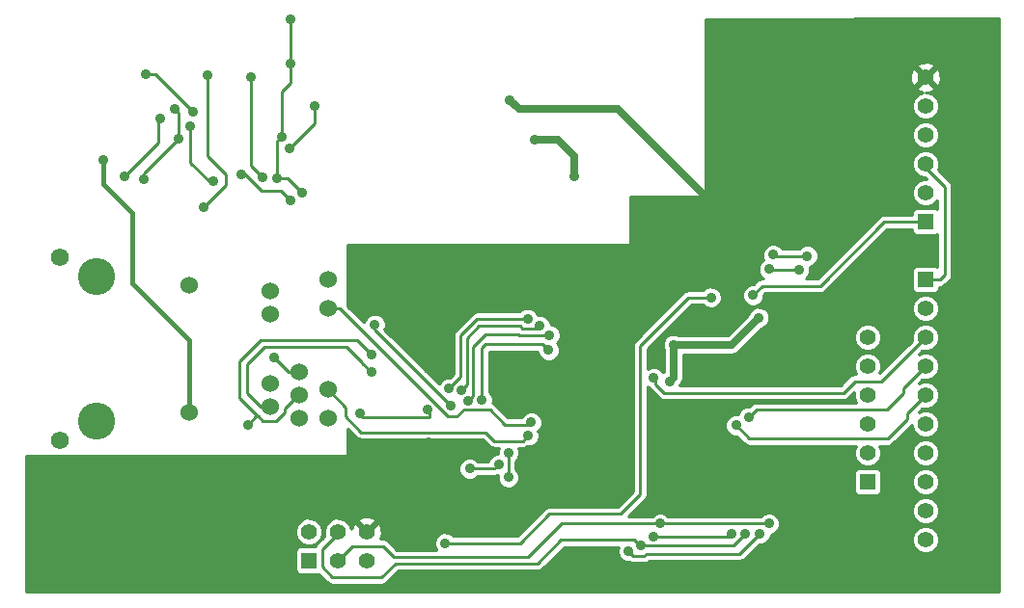
<source format=gbl>
G04 (created by PCBNEW (2013-mar-13)-testing) date Sun 24 Mar 2013 04:17:42 PM EDT*
%MOIN*%
G04 Gerber Fmt 3.4, Leading zero omitted, Abs format*
%FSLAX34Y34*%
G01*
G70*
G90*
G04 APERTURE LIST*
%ADD10C,0.006*%
%ADD11C,0.128*%
%ADD12C,0.06*%
%ADD13C,0.062*%
%ADD14R,0.055X0.055*%
%ADD15C,0.055*%
%ADD16C,0.035*%
%ADD17C,0.01*%
%ADD18C,0.025*%
%ADD19C,0.015*%
G04 APERTURE END LIST*
G54D10*
G54D11*
X74860Y-38000D03*
X74860Y-33000D03*
G54D12*
X81860Y-37100D03*
X81860Y-37900D03*
X80860Y-33500D03*
X80860Y-34300D03*
X80860Y-36700D03*
X78060Y-37700D03*
X78060Y-33300D03*
X82860Y-36900D03*
X82860Y-33100D03*
X82860Y-37900D03*
X82860Y-34100D03*
X80860Y-37500D03*
G54D13*
X73610Y-32325D03*
X73610Y-38675D03*
G54D12*
X81860Y-36300D03*
G54D14*
X82200Y-42820D03*
G54D15*
X82200Y-41820D03*
X83200Y-42820D03*
X83200Y-41820D03*
X84200Y-42820D03*
X84200Y-41820D03*
G54D14*
X103500Y-31100D03*
G54D15*
X103500Y-30100D03*
X103500Y-29100D03*
X103500Y-28100D03*
X103500Y-27100D03*
X103500Y-26100D03*
G54D14*
X101500Y-40100D03*
G54D15*
X101500Y-39100D03*
X101500Y-38100D03*
X101500Y-37100D03*
X101500Y-36100D03*
X101500Y-35100D03*
G54D14*
X103500Y-33100D03*
G54D15*
X103500Y-34100D03*
X103500Y-35100D03*
X103500Y-36100D03*
X103500Y-37100D03*
X103500Y-38100D03*
X103500Y-39100D03*
X103500Y-40100D03*
X103500Y-41100D03*
X103500Y-42100D03*
G54D16*
X89100Y-39940D03*
X89100Y-39100D03*
X97740Y-34420D03*
X94660Y-36620D03*
X94800Y-35360D03*
X84480Y-34660D03*
X87100Y-37460D03*
X87760Y-39640D03*
X88760Y-39500D03*
X83960Y-37740D03*
X86300Y-37580D03*
X87720Y-37280D03*
X90520Y-35020D03*
X99140Y-32760D03*
X98100Y-32740D03*
X99420Y-32280D03*
X98240Y-32240D03*
X94120Y-36500D03*
X97400Y-37860D03*
X96960Y-38140D03*
X97540Y-33640D03*
X88180Y-37260D03*
X90480Y-35540D03*
X91840Y-38320D03*
X88060Y-38780D03*
X83480Y-39720D03*
X86420Y-39560D03*
X86340Y-38720D03*
X94900Y-34720D03*
X89340Y-37260D03*
X95560Y-31080D03*
X86340Y-36200D03*
X89140Y-26880D03*
X89720Y-40000D03*
X89920Y-36400D03*
X100000Y-35440D03*
X99640Y-34660D03*
X89880Y-38040D03*
X93240Y-42500D03*
X97780Y-41880D03*
X93680Y-42300D03*
X97280Y-41880D03*
X80210Y-26110D03*
X80610Y-29560D03*
X82410Y-27085D03*
X81535Y-28560D03*
X79860Y-29460D03*
X81580Y-30360D03*
X96100Y-33720D03*
X86920Y-42220D03*
X80100Y-38120D03*
X84360Y-35680D03*
X84360Y-36300D03*
X87480Y-36920D03*
X90180Y-34700D03*
X94340Y-41540D03*
X98100Y-41540D03*
X89780Y-38500D03*
X94120Y-41980D03*
X96820Y-41880D03*
X87040Y-36860D03*
X89760Y-34460D03*
X81020Y-35800D03*
X76560Y-26000D03*
X78220Y-27300D03*
X75840Y-29540D03*
X77060Y-27540D03*
X77560Y-27200D03*
X76500Y-29620D03*
X77700Y-28220D03*
X75120Y-28960D03*
X78580Y-30580D03*
X78720Y-26020D03*
X91380Y-29520D03*
X90020Y-28260D03*
X81580Y-24100D03*
X81960Y-30085D03*
X81585Y-25635D03*
X81110Y-29610D03*
X81260Y-28160D03*
X78910Y-29710D03*
X78110Y-27810D03*
G54D17*
X89100Y-39100D02*
X89100Y-39940D01*
G54D18*
X94800Y-36480D02*
X94660Y-36620D01*
X96800Y-35360D02*
X97740Y-34420D01*
X96800Y-35360D02*
X94800Y-35360D01*
X94800Y-36480D02*
X94800Y-35360D01*
G54D17*
X84480Y-34840D02*
X84480Y-34660D01*
X87100Y-37460D02*
X84480Y-34840D01*
X88620Y-39640D02*
X87760Y-39640D01*
X88760Y-39500D02*
X88620Y-39640D01*
X83960Y-37740D02*
X84080Y-37860D01*
X84080Y-37860D02*
X86380Y-37860D01*
X86380Y-37660D02*
X86380Y-37860D01*
X86300Y-37580D02*
X86380Y-37660D01*
X87880Y-35420D02*
X88200Y-35100D01*
X87880Y-37120D02*
X87880Y-35420D01*
X87720Y-37280D02*
X87880Y-37120D01*
X89480Y-35020D02*
X90520Y-35020D01*
X89440Y-34980D02*
X89480Y-35020D01*
X88320Y-34980D02*
X89440Y-34980D01*
X88200Y-35100D02*
X88320Y-34980D01*
X103500Y-29100D02*
X103500Y-29220D01*
X104000Y-33100D02*
X103500Y-33100D01*
X104160Y-32940D02*
X104000Y-33100D01*
X104160Y-29880D02*
X104160Y-32940D01*
X103500Y-29220D02*
X104160Y-29880D01*
X98120Y-32760D02*
X99140Y-32760D01*
X98100Y-32740D02*
X98120Y-32760D01*
X98280Y-32280D02*
X99420Y-32280D01*
X98240Y-32240D02*
X98280Y-32280D01*
X101980Y-36620D02*
X103500Y-35100D01*
X101060Y-36620D02*
X101980Y-36620D01*
X100660Y-37020D02*
X101060Y-36620D01*
X94480Y-37020D02*
X100660Y-37020D01*
X94180Y-36720D02*
X94480Y-37020D01*
X94180Y-36560D02*
X94180Y-36720D01*
X94120Y-36500D02*
X94180Y-36560D01*
X102740Y-36860D02*
X103500Y-36100D01*
X102740Y-37020D02*
X102740Y-36860D01*
X102160Y-37600D02*
X102740Y-37020D01*
X97660Y-37600D02*
X102160Y-37600D01*
X97400Y-37860D02*
X97660Y-37600D01*
X102880Y-37720D02*
X103500Y-37100D01*
X102880Y-37920D02*
X102880Y-37720D01*
X102200Y-38600D02*
X102880Y-37920D01*
X97420Y-38600D02*
X102200Y-38600D01*
X96960Y-38140D02*
X97420Y-38600D01*
X102080Y-31100D02*
X103500Y-31100D01*
X99860Y-33320D02*
X102080Y-31100D01*
X97860Y-33320D02*
X99860Y-33320D01*
X97540Y-33640D02*
X97860Y-33320D01*
X88300Y-35340D02*
X88800Y-35340D01*
X88180Y-35460D02*
X88300Y-35340D01*
X88180Y-37260D02*
X88180Y-35460D01*
X88800Y-35340D02*
X90280Y-35340D01*
X90280Y-35340D02*
X90480Y-35540D01*
G54D18*
X92880Y-27200D02*
X96260Y-30580D01*
X89460Y-27200D02*
X92880Y-27200D01*
X89140Y-26880D02*
X89460Y-27200D01*
G54D17*
X100000Y-35440D02*
X100000Y-35020D01*
X100000Y-35020D02*
X99640Y-34660D01*
X89800Y-38120D02*
X88980Y-38120D01*
X89880Y-38040D02*
X89800Y-38120D01*
X83280Y-34100D02*
X82860Y-34100D01*
X88980Y-38120D02*
X88460Y-37600D01*
X88460Y-37600D02*
X87560Y-37600D01*
X87560Y-37600D02*
X87320Y-37840D01*
X87320Y-37840D02*
X87020Y-37840D01*
X87020Y-37840D02*
X83280Y-34100D01*
X93400Y-42660D02*
X93240Y-42500D01*
X93780Y-42660D02*
X93400Y-42660D01*
X93860Y-42580D02*
X93780Y-42660D01*
X97080Y-42580D02*
X93860Y-42580D01*
X97780Y-41880D02*
X97080Y-42580D01*
X83200Y-41820D02*
X83200Y-41880D01*
X93640Y-42300D02*
X93680Y-42300D01*
X93440Y-42100D02*
X93640Y-42300D01*
X90920Y-42100D02*
X93440Y-42100D01*
X90100Y-42920D02*
X90920Y-42100D01*
X85200Y-42920D02*
X90100Y-42920D01*
X84720Y-43400D02*
X85200Y-42920D01*
X83020Y-43400D02*
X84720Y-43400D01*
X82660Y-43040D02*
X83020Y-43400D01*
X82660Y-42420D02*
X82660Y-43040D01*
X83200Y-41880D02*
X82660Y-42420D01*
X96860Y-42300D02*
X93680Y-42300D01*
X97280Y-41880D02*
X96860Y-42300D01*
X80210Y-29160D02*
X80210Y-26110D01*
X80610Y-29560D02*
X80210Y-29160D01*
X82410Y-27685D02*
X82410Y-27085D01*
X81535Y-28560D02*
X82410Y-27685D01*
X79860Y-29460D02*
X80000Y-29460D01*
X81240Y-30020D02*
X81580Y-30360D01*
X80560Y-30020D02*
X81240Y-30020D01*
X80000Y-29460D02*
X80560Y-30020D01*
X95320Y-33720D02*
X96100Y-33720D01*
X93640Y-35400D02*
X95320Y-33720D01*
X93640Y-40540D02*
X93640Y-35400D01*
X92980Y-41200D02*
X93640Y-40540D01*
X90520Y-41200D02*
X92980Y-41200D01*
X89500Y-42220D02*
X90520Y-41200D01*
X86920Y-42220D02*
X89500Y-42220D01*
X80460Y-37840D02*
X80380Y-37840D01*
X80380Y-37840D02*
X80100Y-38120D01*
X81840Y-37100D02*
X81380Y-37560D01*
X81380Y-37560D02*
X81380Y-37700D01*
X81380Y-37700D02*
X81080Y-38000D01*
X81080Y-38000D02*
X80620Y-38000D01*
X80620Y-38000D02*
X80460Y-37840D01*
X80460Y-37840D02*
X80410Y-37790D01*
X80410Y-37790D02*
X79800Y-37180D01*
X79800Y-37180D02*
X79800Y-35940D01*
X79800Y-35940D02*
X80540Y-35200D01*
X80540Y-35200D02*
X83880Y-35200D01*
X83880Y-35200D02*
X84360Y-35680D01*
X81860Y-37100D02*
X81840Y-37100D01*
X84040Y-35960D02*
X84040Y-35980D01*
X83500Y-35420D02*
X84040Y-35960D01*
X80680Y-35420D02*
X83500Y-35420D01*
X80060Y-36040D02*
X80680Y-35420D01*
X80060Y-37020D02*
X80060Y-36040D01*
X80540Y-37500D02*
X80060Y-37020D01*
X80860Y-37500D02*
X80540Y-37500D01*
X84040Y-35980D02*
X84360Y-36300D01*
X87660Y-36740D02*
X87660Y-36540D01*
X87480Y-36920D02*
X87660Y-36740D01*
X90100Y-34780D02*
X90180Y-34700D01*
X89580Y-34780D02*
X90100Y-34780D01*
X89500Y-34700D02*
X89580Y-34780D01*
X88080Y-34700D02*
X89500Y-34700D01*
X87660Y-35120D02*
X88080Y-34700D01*
X87660Y-36520D02*
X87660Y-35120D01*
X94340Y-41540D02*
X90940Y-41540D01*
X83700Y-42320D02*
X83200Y-42820D01*
X84760Y-42320D02*
X83700Y-42320D01*
X85140Y-42700D02*
X84760Y-42320D01*
X89780Y-42700D02*
X85140Y-42700D01*
X90940Y-41540D02*
X89780Y-42700D01*
X98100Y-41540D02*
X97640Y-41540D01*
X97640Y-41540D02*
X94340Y-41540D01*
X88620Y-38680D02*
X88320Y-38380D01*
X88320Y-38380D02*
X84020Y-38380D01*
X84020Y-38380D02*
X83480Y-37840D01*
X83480Y-37840D02*
X83480Y-37520D01*
X82860Y-36900D02*
X83480Y-37520D01*
X89780Y-38500D02*
X89600Y-38680D01*
X89600Y-38680D02*
X88620Y-38680D01*
X96720Y-41980D02*
X94120Y-41980D01*
X96820Y-41880D02*
X96720Y-41980D01*
X87440Y-36460D02*
X87440Y-36240D01*
X87040Y-36860D02*
X87440Y-36460D01*
X87440Y-36240D02*
X87440Y-35040D01*
X88020Y-34460D02*
X89760Y-34460D01*
X87440Y-35040D02*
X88020Y-34460D01*
X81860Y-36300D02*
X81520Y-36300D01*
X81520Y-36300D02*
X81020Y-35800D01*
X76920Y-26000D02*
X76560Y-26000D01*
X78220Y-27300D02*
X76920Y-26000D01*
X77020Y-28360D02*
X75840Y-29540D01*
X77020Y-27580D02*
X77020Y-28360D01*
X77060Y-27540D02*
X77020Y-27580D01*
X77700Y-27340D02*
X77700Y-28220D01*
X77560Y-27200D02*
X77700Y-27340D01*
X76500Y-29420D02*
X76500Y-29620D01*
X77700Y-28220D02*
X76500Y-29420D01*
G54D19*
X78060Y-37700D02*
X78060Y-35200D01*
X75120Y-29800D02*
X75120Y-28960D01*
X76100Y-30780D02*
X75120Y-29800D01*
X76100Y-33240D02*
X76100Y-30780D01*
X78060Y-35200D02*
X76100Y-33240D01*
G54D17*
X78580Y-30580D02*
X79340Y-29820D01*
X79340Y-29820D02*
X79340Y-29460D01*
X79340Y-29460D02*
X78720Y-28840D01*
X78720Y-28840D02*
X78720Y-26020D01*
G54D18*
X91380Y-29520D02*
X91380Y-28820D01*
X91380Y-28820D02*
X91240Y-28680D01*
X90820Y-28260D02*
X90020Y-28260D01*
X91240Y-28680D02*
X90820Y-28260D01*
G54D17*
X81585Y-24105D02*
X81585Y-25635D01*
X81580Y-24100D02*
X81585Y-24105D01*
X81485Y-29610D02*
X81110Y-29610D01*
X81960Y-30085D02*
X81485Y-29610D01*
X81260Y-28160D02*
X81260Y-26610D01*
X81260Y-26610D02*
X81585Y-26285D01*
X81585Y-26285D02*
X81585Y-25635D01*
X81110Y-29610D02*
X81110Y-28310D01*
X81110Y-28310D02*
X81260Y-28160D01*
X78760Y-29710D02*
X78910Y-29710D01*
X78110Y-29060D02*
X78760Y-29710D01*
X78110Y-27810D02*
X78110Y-29060D01*
G54D10*
G36*
X106030Y-43910D02*
X104410Y-43910D01*
X104410Y-32940D01*
X104410Y-29880D01*
X104390Y-29784D01*
X104390Y-29784D01*
X104336Y-29703D01*
X104336Y-29703D01*
X104029Y-29396D01*
X104029Y-26175D01*
X104018Y-25967D01*
X103960Y-25827D01*
X103867Y-25802D01*
X103797Y-25873D01*
X103797Y-25732D01*
X103772Y-25639D01*
X103575Y-25570D01*
X103367Y-25581D01*
X103227Y-25639D01*
X103202Y-25732D01*
X103500Y-26029D01*
X103797Y-25732D01*
X103797Y-25873D01*
X103570Y-26100D01*
X103867Y-26397D01*
X103960Y-26372D01*
X104029Y-26175D01*
X104029Y-29396D01*
X103931Y-29298D01*
X103974Y-29194D01*
X103975Y-29005D01*
X103975Y-28005D01*
X103975Y-27005D01*
X103902Y-26831D01*
X103769Y-26697D01*
X103594Y-26625D01*
X103514Y-26625D01*
X103632Y-26618D01*
X103772Y-26560D01*
X103797Y-26467D01*
X103500Y-26170D01*
X103429Y-26241D01*
X103429Y-26100D01*
X103132Y-25802D01*
X103039Y-25827D01*
X102970Y-26024D01*
X102981Y-26232D01*
X103039Y-26372D01*
X103132Y-26397D01*
X103429Y-26100D01*
X103429Y-26241D01*
X103202Y-26467D01*
X103227Y-26560D01*
X103410Y-26624D01*
X103405Y-26624D01*
X103231Y-26697D01*
X103097Y-26830D01*
X103025Y-27005D01*
X103024Y-27194D01*
X103097Y-27368D01*
X103230Y-27502D01*
X103405Y-27574D01*
X103594Y-27575D01*
X103768Y-27502D01*
X103902Y-27369D01*
X103974Y-27194D01*
X103975Y-27005D01*
X103975Y-28005D01*
X103902Y-27831D01*
X103769Y-27697D01*
X103594Y-27625D01*
X103405Y-27624D01*
X103231Y-27697D01*
X103097Y-27830D01*
X103025Y-28005D01*
X103024Y-28194D01*
X103097Y-28368D01*
X103230Y-28502D01*
X103405Y-28574D01*
X103594Y-28575D01*
X103768Y-28502D01*
X103902Y-28369D01*
X103974Y-28194D01*
X103975Y-28005D01*
X103975Y-29005D01*
X103902Y-28831D01*
X103769Y-28697D01*
X103594Y-28625D01*
X103405Y-28624D01*
X103231Y-28697D01*
X103097Y-28830D01*
X103025Y-29005D01*
X103024Y-29194D01*
X103097Y-29368D01*
X103230Y-29502D01*
X103405Y-29574D01*
X103501Y-29575D01*
X103551Y-29625D01*
X103405Y-29624D01*
X103231Y-29697D01*
X103097Y-29830D01*
X103025Y-30005D01*
X103024Y-30194D01*
X103097Y-30368D01*
X103230Y-30502D01*
X103405Y-30574D01*
X103594Y-30575D01*
X103768Y-30502D01*
X103902Y-30369D01*
X103910Y-30351D01*
X103910Y-30677D01*
X103888Y-30655D01*
X103814Y-30625D01*
X103735Y-30624D01*
X103185Y-30624D01*
X103111Y-30655D01*
X103055Y-30711D01*
X103025Y-30785D01*
X103024Y-30850D01*
X102080Y-30850D01*
X101984Y-30869D01*
X101951Y-30890D01*
X101903Y-30923D01*
X101903Y-30923D01*
X99756Y-33070D01*
X99360Y-33070D01*
X99457Y-32972D01*
X99514Y-32834D01*
X99515Y-32685D01*
X99501Y-32652D01*
X99632Y-32598D01*
X99737Y-32492D01*
X99794Y-32354D01*
X99795Y-32205D01*
X99738Y-32067D01*
X99632Y-31962D01*
X99494Y-31905D01*
X99345Y-31904D01*
X99207Y-31961D01*
X99139Y-32030D01*
X98558Y-32030D01*
X98558Y-32027D01*
X98452Y-31922D01*
X98314Y-31865D01*
X98165Y-31864D01*
X98027Y-31921D01*
X97922Y-32027D01*
X97865Y-32165D01*
X97864Y-32314D01*
X97906Y-32414D01*
X97887Y-32421D01*
X97782Y-32527D01*
X97725Y-32665D01*
X97724Y-32814D01*
X97781Y-32952D01*
X97887Y-33057D01*
X97916Y-33070D01*
X97860Y-33070D01*
X97859Y-33070D01*
X97840Y-33073D01*
X97764Y-33089D01*
X97683Y-33143D01*
X97683Y-33143D01*
X97561Y-33265D01*
X97465Y-33264D01*
X97327Y-33321D01*
X97222Y-33427D01*
X97165Y-33565D01*
X97164Y-33714D01*
X97221Y-33852D01*
X97327Y-33957D01*
X97465Y-34014D01*
X97614Y-34015D01*
X97752Y-33958D01*
X97857Y-33852D01*
X97914Y-33714D01*
X97915Y-33618D01*
X97963Y-33570D01*
X99860Y-33570D01*
X99955Y-33550D01*
X100036Y-33496D01*
X102183Y-31350D01*
X103024Y-31350D01*
X103024Y-31414D01*
X103055Y-31488D01*
X103111Y-31544D01*
X103185Y-31574D01*
X103264Y-31575D01*
X103814Y-31575D01*
X103888Y-31544D01*
X103910Y-31522D01*
X103910Y-32677D01*
X103888Y-32655D01*
X103814Y-32625D01*
X103735Y-32624D01*
X103185Y-32624D01*
X103111Y-32655D01*
X103055Y-32711D01*
X103025Y-32785D01*
X103024Y-32864D01*
X103024Y-33414D01*
X103055Y-33488D01*
X103111Y-33544D01*
X103185Y-33574D01*
X103264Y-33575D01*
X103814Y-33575D01*
X103888Y-33544D01*
X103944Y-33488D01*
X103974Y-33414D01*
X103975Y-33350D01*
X104000Y-33350D01*
X104095Y-33330D01*
X104176Y-33276D01*
X104336Y-33116D01*
X104390Y-33035D01*
X104390Y-33035D01*
X104410Y-32940D01*
X104410Y-43910D01*
X103975Y-43910D01*
X103975Y-42005D01*
X103975Y-41005D01*
X103975Y-40005D01*
X103975Y-39005D01*
X103975Y-38005D01*
X103902Y-37831D01*
X103769Y-37697D01*
X103594Y-37625D01*
X103405Y-37624D01*
X103274Y-37679D01*
X103386Y-37567D01*
X103405Y-37574D01*
X103594Y-37575D01*
X103768Y-37502D01*
X103902Y-37369D01*
X103974Y-37194D01*
X103975Y-37005D01*
X103902Y-36831D01*
X103769Y-36697D01*
X103594Y-36625D01*
X103405Y-36624D01*
X103274Y-36679D01*
X103386Y-36567D01*
X103405Y-36574D01*
X103594Y-36575D01*
X103768Y-36502D01*
X103902Y-36369D01*
X103974Y-36194D01*
X103975Y-36005D01*
X103902Y-35831D01*
X103769Y-35697D01*
X103594Y-35625D01*
X103405Y-35624D01*
X103274Y-35679D01*
X103386Y-35567D01*
X103405Y-35574D01*
X103594Y-35575D01*
X103768Y-35502D01*
X103902Y-35369D01*
X103974Y-35194D01*
X103975Y-35005D01*
X103975Y-34005D01*
X103902Y-33831D01*
X103769Y-33697D01*
X103594Y-33625D01*
X103405Y-33624D01*
X103231Y-33697D01*
X103097Y-33830D01*
X103025Y-34005D01*
X103024Y-34194D01*
X103097Y-34368D01*
X103230Y-34502D01*
X103405Y-34574D01*
X103594Y-34575D01*
X103768Y-34502D01*
X103902Y-34369D01*
X103974Y-34194D01*
X103975Y-34005D01*
X103975Y-35005D01*
X103902Y-34831D01*
X103769Y-34697D01*
X103594Y-34625D01*
X103405Y-34624D01*
X103231Y-34697D01*
X103097Y-34830D01*
X103025Y-35005D01*
X103024Y-35194D01*
X103032Y-35213D01*
X101920Y-36325D01*
X101974Y-36194D01*
X101975Y-36005D01*
X101975Y-35005D01*
X101902Y-34831D01*
X101769Y-34697D01*
X101594Y-34625D01*
X101405Y-34624D01*
X101231Y-34697D01*
X101097Y-34830D01*
X101025Y-35005D01*
X101024Y-35194D01*
X101097Y-35368D01*
X101230Y-35502D01*
X101405Y-35574D01*
X101594Y-35575D01*
X101768Y-35502D01*
X101902Y-35369D01*
X101974Y-35194D01*
X101975Y-35005D01*
X101975Y-36005D01*
X101902Y-35831D01*
X101769Y-35697D01*
X101594Y-35625D01*
X101405Y-35624D01*
X101231Y-35697D01*
X101097Y-35830D01*
X101025Y-36005D01*
X101024Y-36194D01*
X101097Y-36368D01*
X101098Y-36370D01*
X101060Y-36370D01*
X101059Y-36370D01*
X101040Y-36373D01*
X100964Y-36389D01*
X100883Y-36443D01*
X100883Y-36443D01*
X100556Y-36770D01*
X95003Y-36770D01*
X95028Y-36711D01*
X95029Y-36709D01*
X95029Y-36709D01*
X95029Y-36709D01*
X95072Y-36646D01*
X95100Y-36604D01*
X95100Y-36604D01*
X95125Y-36480D01*
X95125Y-35685D01*
X96800Y-35685D01*
X96924Y-35660D01*
X96924Y-35660D01*
X97029Y-35589D01*
X97831Y-34787D01*
X97952Y-34738D01*
X98057Y-34632D01*
X98114Y-34494D01*
X98115Y-34345D01*
X98058Y-34207D01*
X97952Y-34102D01*
X97814Y-34045D01*
X97665Y-34044D01*
X97527Y-34101D01*
X97422Y-34207D01*
X97371Y-34328D01*
X96665Y-35035D01*
X94995Y-35035D01*
X94874Y-34985D01*
X94725Y-34984D01*
X94587Y-35041D01*
X94482Y-35147D01*
X94425Y-35285D01*
X94424Y-35434D01*
X94475Y-35555D01*
X94475Y-36290D01*
X94447Y-36301D01*
X94445Y-36304D01*
X94438Y-36287D01*
X94332Y-36182D01*
X94194Y-36125D01*
X94045Y-36124D01*
X93907Y-36181D01*
X93890Y-36199D01*
X93890Y-35503D01*
X95423Y-33970D01*
X95819Y-33970D01*
X95887Y-34037D01*
X96025Y-34094D01*
X96174Y-34095D01*
X96312Y-34038D01*
X96417Y-33932D01*
X96474Y-33794D01*
X96475Y-33645D01*
X96418Y-33507D01*
X96312Y-33402D01*
X96174Y-33345D01*
X96025Y-33344D01*
X95887Y-33401D01*
X95819Y-33470D01*
X95320Y-33470D01*
X95224Y-33489D01*
X95143Y-33543D01*
X93463Y-35223D01*
X93409Y-35304D01*
X93390Y-35400D01*
X93390Y-40436D01*
X92876Y-40950D01*
X90520Y-40950D01*
X90424Y-40969D01*
X90391Y-40990D01*
X90343Y-41023D01*
X90343Y-41023D01*
X89396Y-41970D01*
X87200Y-41970D01*
X87132Y-41902D01*
X86994Y-41845D01*
X86845Y-41844D01*
X86707Y-41901D01*
X86602Y-42007D01*
X86545Y-42145D01*
X86544Y-42294D01*
X86601Y-42432D01*
X86619Y-42450D01*
X85243Y-42450D01*
X84936Y-42143D01*
X84855Y-42089D01*
X84760Y-42070D01*
X84668Y-42070D01*
X84729Y-41895D01*
X84718Y-41687D01*
X84660Y-41547D01*
X84567Y-41522D01*
X84497Y-41593D01*
X84497Y-41452D01*
X84472Y-41359D01*
X84275Y-41290D01*
X84067Y-41301D01*
X83927Y-41359D01*
X83902Y-41452D01*
X84200Y-41749D01*
X84497Y-41452D01*
X84497Y-41593D01*
X84270Y-41820D01*
X84276Y-41825D01*
X84205Y-41896D01*
X84200Y-41890D01*
X84194Y-41896D01*
X84123Y-41825D01*
X84129Y-41820D01*
X83832Y-41522D01*
X83739Y-41547D01*
X83675Y-41730D01*
X83675Y-41725D01*
X83602Y-41551D01*
X83469Y-41417D01*
X83294Y-41345D01*
X83105Y-41344D01*
X82931Y-41417D01*
X82797Y-41550D01*
X82725Y-41725D01*
X82724Y-41914D01*
X82750Y-41975D01*
X82675Y-42051D01*
X82675Y-41725D01*
X82602Y-41551D01*
X82469Y-41417D01*
X82294Y-41345D01*
X82105Y-41344D01*
X81931Y-41417D01*
X81797Y-41550D01*
X81725Y-41725D01*
X81724Y-41914D01*
X81797Y-42088D01*
X81930Y-42222D01*
X82105Y-42294D01*
X82294Y-42295D01*
X82468Y-42222D01*
X82602Y-42089D01*
X82674Y-41914D01*
X82675Y-41725D01*
X82675Y-42051D01*
X82483Y-42243D01*
X82429Y-42324D01*
X82424Y-42344D01*
X81885Y-42344D01*
X81811Y-42375D01*
X81755Y-42431D01*
X81725Y-42505D01*
X81724Y-42584D01*
X81724Y-43134D01*
X81755Y-43208D01*
X81811Y-43264D01*
X81885Y-43294D01*
X81964Y-43295D01*
X82514Y-43295D01*
X82547Y-43281D01*
X82843Y-43576D01*
X82843Y-43576D01*
X82924Y-43630D01*
X82924Y-43630D01*
X83000Y-43646D01*
X83019Y-43650D01*
X83019Y-43649D01*
X83020Y-43650D01*
X84720Y-43650D01*
X84815Y-43630D01*
X84896Y-43576D01*
X85303Y-43170D01*
X90100Y-43170D01*
X90195Y-43150D01*
X90276Y-43096D01*
X91023Y-42350D01*
X92896Y-42350D01*
X92865Y-42425D01*
X92864Y-42574D01*
X92921Y-42712D01*
X93027Y-42817D01*
X93165Y-42874D01*
X93280Y-42875D01*
X93304Y-42890D01*
X93304Y-42890D01*
X93400Y-42910D01*
X93780Y-42910D01*
X93875Y-42890D01*
X93956Y-42836D01*
X93963Y-42830D01*
X97080Y-42830D01*
X97175Y-42810D01*
X97256Y-42756D01*
X97758Y-42254D01*
X97854Y-42255D01*
X97992Y-42198D01*
X98097Y-42092D01*
X98154Y-41954D01*
X98154Y-41915D01*
X98174Y-41915D01*
X98312Y-41858D01*
X98417Y-41752D01*
X98474Y-41614D01*
X98475Y-41465D01*
X98418Y-41327D01*
X98312Y-41222D01*
X98174Y-41165D01*
X98025Y-41164D01*
X97887Y-41221D01*
X97819Y-41290D01*
X97640Y-41290D01*
X94620Y-41290D01*
X94552Y-41222D01*
X94414Y-41165D01*
X94265Y-41164D01*
X94127Y-41221D01*
X94059Y-41290D01*
X93243Y-41290D01*
X93816Y-40716D01*
X93816Y-40716D01*
X93816Y-40716D01*
X93870Y-40635D01*
X93870Y-40635D01*
X93890Y-40540D01*
X93890Y-36800D01*
X93907Y-36817D01*
X93966Y-36842D01*
X94003Y-36896D01*
X94303Y-37196D01*
X94303Y-37196D01*
X94384Y-37250D01*
X94384Y-37250D01*
X94460Y-37266D01*
X94479Y-37270D01*
X94479Y-37269D01*
X94480Y-37270D01*
X100660Y-37270D01*
X100755Y-37250D01*
X100836Y-37196D01*
X101025Y-37008D01*
X101024Y-37194D01*
X101089Y-37350D01*
X97660Y-37350D01*
X97564Y-37369D01*
X97483Y-37423D01*
X97483Y-37423D01*
X97421Y-37485D01*
X97325Y-37484D01*
X97187Y-37541D01*
X97082Y-37647D01*
X97033Y-37765D01*
X96885Y-37764D01*
X96747Y-37821D01*
X96642Y-37927D01*
X96585Y-38065D01*
X96584Y-38214D01*
X96641Y-38352D01*
X96747Y-38457D01*
X96885Y-38514D01*
X96981Y-38515D01*
X97243Y-38776D01*
X97324Y-38830D01*
X97420Y-38850D01*
X101089Y-38850D01*
X101025Y-39005D01*
X101024Y-39194D01*
X101097Y-39368D01*
X101230Y-39502D01*
X101405Y-39574D01*
X101594Y-39575D01*
X101768Y-39502D01*
X101902Y-39369D01*
X101974Y-39194D01*
X101975Y-39005D01*
X101910Y-38850D01*
X102200Y-38850D01*
X102295Y-38830D01*
X102376Y-38776D01*
X103024Y-38128D01*
X103024Y-38194D01*
X103097Y-38368D01*
X103230Y-38502D01*
X103405Y-38574D01*
X103594Y-38575D01*
X103768Y-38502D01*
X103902Y-38369D01*
X103974Y-38194D01*
X103975Y-38005D01*
X103975Y-39005D01*
X103902Y-38831D01*
X103769Y-38697D01*
X103594Y-38625D01*
X103405Y-38624D01*
X103231Y-38697D01*
X103097Y-38830D01*
X103025Y-39005D01*
X103024Y-39194D01*
X103097Y-39368D01*
X103230Y-39502D01*
X103405Y-39574D01*
X103594Y-39575D01*
X103768Y-39502D01*
X103902Y-39369D01*
X103974Y-39194D01*
X103975Y-39005D01*
X103975Y-40005D01*
X103902Y-39831D01*
X103769Y-39697D01*
X103594Y-39625D01*
X103405Y-39624D01*
X103231Y-39697D01*
X103097Y-39830D01*
X103025Y-40005D01*
X103024Y-40194D01*
X103097Y-40368D01*
X103230Y-40502D01*
X103405Y-40574D01*
X103594Y-40575D01*
X103768Y-40502D01*
X103902Y-40369D01*
X103974Y-40194D01*
X103975Y-40005D01*
X103975Y-41005D01*
X103902Y-40831D01*
X103769Y-40697D01*
X103594Y-40625D01*
X103405Y-40624D01*
X103231Y-40697D01*
X103097Y-40830D01*
X103025Y-41005D01*
X103024Y-41194D01*
X103097Y-41368D01*
X103230Y-41502D01*
X103405Y-41574D01*
X103594Y-41575D01*
X103768Y-41502D01*
X103902Y-41369D01*
X103974Y-41194D01*
X103975Y-41005D01*
X103975Y-42005D01*
X103902Y-41831D01*
X103769Y-41697D01*
X103594Y-41625D01*
X103405Y-41624D01*
X103231Y-41697D01*
X103097Y-41830D01*
X103025Y-42005D01*
X103024Y-42194D01*
X103097Y-42368D01*
X103230Y-42502D01*
X103405Y-42574D01*
X103594Y-42575D01*
X103768Y-42502D01*
X103902Y-42369D01*
X103974Y-42194D01*
X103975Y-42005D01*
X103975Y-43910D01*
X101975Y-43910D01*
X101975Y-40335D01*
X101975Y-39785D01*
X101944Y-39711D01*
X101888Y-39655D01*
X101814Y-39625D01*
X101735Y-39624D01*
X101185Y-39624D01*
X101111Y-39655D01*
X101055Y-39711D01*
X101025Y-39785D01*
X101024Y-39864D01*
X101024Y-40414D01*
X101055Y-40488D01*
X101111Y-40544D01*
X101185Y-40574D01*
X101264Y-40575D01*
X101814Y-40575D01*
X101888Y-40544D01*
X101944Y-40488D01*
X101974Y-40414D01*
X101975Y-40335D01*
X101975Y-43910D01*
X72430Y-43910D01*
X72430Y-39210D01*
X83550Y-39210D01*
X83550Y-38263D01*
X83843Y-38556D01*
X83924Y-38610D01*
X83924Y-38610D01*
X84020Y-38630D01*
X88216Y-38630D01*
X88443Y-38856D01*
X88443Y-38856D01*
X88524Y-38910D01*
X88524Y-38910D01*
X88600Y-38926D01*
X88619Y-38930D01*
X88619Y-38929D01*
X88620Y-38930D01*
X88764Y-38930D01*
X88725Y-39025D01*
X88724Y-39124D01*
X88685Y-39124D01*
X88547Y-39181D01*
X88442Y-39287D01*
X88399Y-39390D01*
X88040Y-39390D01*
X87972Y-39322D01*
X87834Y-39265D01*
X87685Y-39264D01*
X87547Y-39321D01*
X87442Y-39427D01*
X87385Y-39565D01*
X87384Y-39714D01*
X87441Y-39852D01*
X87547Y-39957D01*
X87685Y-40014D01*
X87834Y-40015D01*
X87972Y-39958D01*
X88040Y-39890D01*
X88620Y-39890D01*
X88695Y-39874D01*
X88725Y-39874D01*
X88724Y-40014D01*
X88781Y-40152D01*
X88887Y-40257D01*
X89025Y-40314D01*
X89174Y-40315D01*
X89312Y-40258D01*
X89417Y-40152D01*
X89474Y-40014D01*
X89475Y-39865D01*
X89418Y-39727D01*
X89350Y-39659D01*
X89350Y-39380D01*
X89417Y-39312D01*
X89474Y-39174D01*
X89475Y-39025D01*
X89435Y-38930D01*
X89600Y-38930D01*
X89695Y-38910D01*
X89749Y-38874D01*
X89854Y-38875D01*
X89992Y-38818D01*
X90097Y-38712D01*
X90154Y-38574D01*
X90155Y-38425D01*
X90116Y-38333D01*
X90197Y-38252D01*
X90254Y-38114D01*
X90255Y-37965D01*
X90198Y-37827D01*
X90092Y-37722D01*
X89954Y-37665D01*
X89805Y-37664D01*
X89667Y-37721D01*
X89562Y-37827D01*
X89544Y-37870D01*
X89083Y-37870D01*
X88636Y-37423D01*
X88555Y-37369D01*
X88541Y-37366D01*
X88554Y-37334D01*
X88555Y-37185D01*
X88498Y-37047D01*
X88430Y-36979D01*
X88430Y-35590D01*
X88800Y-35590D01*
X90104Y-35590D01*
X90104Y-35614D01*
X90161Y-35752D01*
X90267Y-35857D01*
X90405Y-35914D01*
X90554Y-35915D01*
X90692Y-35858D01*
X90797Y-35752D01*
X90854Y-35614D01*
X90855Y-35465D01*
X90798Y-35327D01*
X90770Y-35300D01*
X90837Y-35232D01*
X90894Y-35094D01*
X90895Y-34945D01*
X90838Y-34807D01*
X90732Y-34702D01*
X90594Y-34645D01*
X90555Y-34645D01*
X90555Y-34625D01*
X90498Y-34487D01*
X90392Y-34382D01*
X90254Y-34325D01*
X90109Y-34324D01*
X90078Y-34247D01*
X89972Y-34142D01*
X89834Y-34085D01*
X89685Y-34084D01*
X89547Y-34141D01*
X89479Y-34210D01*
X88020Y-34210D01*
X87924Y-34229D01*
X87843Y-34283D01*
X87263Y-34863D01*
X87209Y-34944D01*
X87190Y-35040D01*
X87190Y-36240D01*
X87190Y-36356D01*
X87061Y-36485D01*
X86965Y-36484D01*
X86827Y-36541D01*
X86722Y-36647D01*
X86698Y-36704D01*
X84817Y-34824D01*
X84854Y-34734D01*
X84855Y-34585D01*
X84798Y-34447D01*
X84692Y-34342D01*
X84554Y-34285D01*
X84405Y-34284D01*
X84267Y-34341D01*
X84162Y-34447D01*
X84109Y-34575D01*
X83550Y-34016D01*
X83550Y-31909D01*
X93310Y-31889D01*
X93310Y-30230D01*
X95890Y-30230D01*
X95890Y-24089D01*
X106030Y-24070D01*
X106030Y-43910D01*
X106030Y-43910D01*
G37*
G54D17*
X106030Y-43910D02*
X104410Y-43910D01*
X104410Y-32940D01*
X104410Y-29880D01*
X104390Y-29784D01*
X104390Y-29784D01*
X104336Y-29703D01*
X104336Y-29703D01*
X104029Y-29396D01*
X104029Y-26175D01*
X104018Y-25967D01*
X103960Y-25827D01*
X103867Y-25802D01*
X103797Y-25873D01*
X103797Y-25732D01*
X103772Y-25639D01*
X103575Y-25570D01*
X103367Y-25581D01*
X103227Y-25639D01*
X103202Y-25732D01*
X103500Y-26029D01*
X103797Y-25732D01*
X103797Y-25873D01*
X103570Y-26100D01*
X103867Y-26397D01*
X103960Y-26372D01*
X104029Y-26175D01*
X104029Y-29396D01*
X103931Y-29298D01*
X103974Y-29194D01*
X103975Y-29005D01*
X103975Y-28005D01*
X103975Y-27005D01*
X103902Y-26831D01*
X103769Y-26697D01*
X103594Y-26625D01*
X103514Y-26625D01*
X103632Y-26618D01*
X103772Y-26560D01*
X103797Y-26467D01*
X103500Y-26170D01*
X103429Y-26241D01*
X103429Y-26100D01*
X103132Y-25802D01*
X103039Y-25827D01*
X102970Y-26024D01*
X102981Y-26232D01*
X103039Y-26372D01*
X103132Y-26397D01*
X103429Y-26100D01*
X103429Y-26241D01*
X103202Y-26467D01*
X103227Y-26560D01*
X103410Y-26624D01*
X103405Y-26624D01*
X103231Y-26697D01*
X103097Y-26830D01*
X103025Y-27005D01*
X103024Y-27194D01*
X103097Y-27368D01*
X103230Y-27502D01*
X103405Y-27574D01*
X103594Y-27575D01*
X103768Y-27502D01*
X103902Y-27369D01*
X103974Y-27194D01*
X103975Y-27005D01*
X103975Y-28005D01*
X103902Y-27831D01*
X103769Y-27697D01*
X103594Y-27625D01*
X103405Y-27624D01*
X103231Y-27697D01*
X103097Y-27830D01*
X103025Y-28005D01*
X103024Y-28194D01*
X103097Y-28368D01*
X103230Y-28502D01*
X103405Y-28574D01*
X103594Y-28575D01*
X103768Y-28502D01*
X103902Y-28369D01*
X103974Y-28194D01*
X103975Y-28005D01*
X103975Y-29005D01*
X103902Y-28831D01*
X103769Y-28697D01*
X103594Y-28625D01*
X103405Y-28624D01*
X103231Y-28697D01*
X103097Y-28830D01*
X103025Y-29005D01*
X103024Y-29194D01*
X103097Y-29368D01*
X103230Y-29502D01*
X103405Y-29574D01*
X103501Y-29575D01*
X103551Y-29625D01*
X103405Y-29624D01*
X103231Y-29697D01*
X103097Y-29830D01*
X103025Y-30005D01*
X103024Y-30194D01*
X103097Y-30368D01*
X103230Y-30502D01*
X103405Y-30574D01*
X103594Y-30575D01*
X103768Y-30502D01*
X103902Y-30369D01*
X103910Y-30351D01*
X103910Y-30677D01*
X103888Y-30655D01*
X103814Y-30625D01*
X103735Y-30624D01*
X103185Y-30624D01*
X103111Y-30655D01*
X103055Y-30711D01*
X103025Y-30785D01*
X103024Y-30850D01*
X102080Y-30850D01*
X101984Y-30869D01*
X101951Y-30890D01*
X101903Y-30923D01*
X101903Y-30923D01*
X99756Y-33070D01*
X99360Y-33070D01*
X99457Y-32972D01*
X99514Y-32834D01*
X99515Y-32685D01*
X99501Y-32652D01*
X99632Y-32598D01*
X99737Y-32492D01*
X99794Y-32354D01*
X99795Y-32205D01*
X99738Y-32067D01*
X99632Y-31962D01*
X99494Y-31905D01*
X99345Y-31904D01*
X99207Y-31961D01*
X99139Y-32030D01*
X98558Y-32030D01*
X98558Y-32027D01*
X98452Y-31922D01*
X98314Y-31865D01*
X98165Y-31864D01*
X98027Y-31921D01*
X97922Y-32027D01*
X97865Y-32165D01*
X97864Y-32314D01*
X97906Y-32414D01*
X97887Y-32421D01*
X97782Y-32527D01*
X97725Y-32665D01*
X97724Y-32814D01*
X97781Y-32952D01*
X97887Y-33057D01*
X97916Y-33070D01*
X97860Y-33070D01*
X97859Y-33070D01*
X97840Y-33073D01*
X97764Y-33089D01*
X97683Y-33143D01*
X97683Y-33143D01*
X97561Y-33265D01*
X97465Y-33264D01*
X97327Y-33321D01*
X97222Y-33427D01*
X97165Y-33565D01*
X97164Y-33714D01*
X97221Y-33852D01*
X97327Y-33957D01*
X97465Y-34014D01*
X97614Y-34015D01*
X97752Y-33958D01*
X97857Y-33852D01*
X97914Y-33714D01*
X97915Y-33618D01*
X97963Y-33570D01*
X99860Y-33570D01*
X99955Y-33550D01*
X100036Y-33496D01*
X102183Y-31350D01*
X103024Y-31350D01*
X103024Y-31414D01*
X103055Y-31488D01*
X103111Y-31544D01*
X103185Y-31574D01*
X103264Y-31575D01*
X103814Y-31575D01*
X103888Y-31544D01*
X103910Y-31522D01*
X103910Y-32677D01*
X103888Y-32655D01*
X103814Y-32625D01*
X103735Y-32624D01*
X103185Y-32624D01*
X103111Y-32655D01*
X103055Y-32711D01*
X103025Y-32785D01*
X103024Y-32864D01*
X103024Y-33414D01*
X103055Y-33488D01*
X103111Y-33544D01*
X103185Y-33574D01*
X103264Y-33575D01*
X103814Y-33575D01*
X103888Y-33544D01*
X103944Y-33488D01*
X103974Y-33414D01*
X103975Y-33350D01*
X104000Y-33350D01*
X104095Y-33330D01*
X104176Y-33276D01*
X104336Y-33116D01*
X104390Y-33035D01*
X104390Y-33035D01*
X104410Y-32940D01*
X104410Y-43910D01*
X103975Y-43910D01*
X103975Y-42005D01*
X103975Y-41005D01*
X103975Y-40005D01*
X103975Y-39005D01*
X103975Y-38005D01*
X103902Y-37831D01*
X103769Y-37697D01*
X103594Y-37625D01*
X103405Y-37624D01*
X103274Y-37679D01*
X103386Y-37567D01*
X103405Y-37574D01*
X103594Y-37575D01*
X103768Y-37502D01*
X103902Y-37369D01*
X103974Y-37194D01*
X103975Y-37005D01*
X103902Y-36831D01*
X103769Y-36697D01*
X103594Y-36625D01*
X103405Y-36624D01*
X103274Y-36679D01*
X103386Y-36567D01*
X103405Y-36574D01*
X103594Y-36575D01*
X103768Y-36502D01*
X103902Y-36369D01*
X103974Y-36194D01*
X103975Y-36005D01*
X103902Y-35831D01*
X103769Y-35697D01*
X103594Y-35625D01*
X103405Y-35624D01*
X103274Y-35679D01*
X103386Y-35567D01*
X103405Y-35574D01*
X103594Y-35575D01*
X103768Y-35502D01*
X103902Y-35369D01*
X103974Y-35194D01*
X103975Y-35005D01*
X103975Y-34005D01*
X103902Y-33831D01*
X103769Y-33697D01*
X103594Y-33625D01*
X103405Y-33624D01*
X103231Y-33697D01*
X103097Y-33830D01*
X103025Y-34005D01*
X103024Y-34194D01*
X103097Y-34368D01*
X103230Y-34502D01*
X103405Y-34574D01*
X103594Y-34575D01*
X103768Y-34502D01*
X103902Y-34369D01*
X103974Y-34194D01*
X103975Y-34005D01*
X103975Y-35005D01*
X103902Y-34831D01*
X103769Y-34697D01*
X103594Y-34625D01*
X103405Y-34624D01*
X103231Y-34697D01*
X103097Y-34830D01*
X103025Y-35005D01*
X103024Y-35194D01*
X103032Y-35213D01*
X101920Y-36325D01*
X101974Y-36194D01*
X101975Y-36005D01*
X101975Y-35005D01*
X101902Y-34831D01*
X101769Y-34697D01*
X101594Y-34625D01*
X101405Y-34624D01*
X101231Y-34697D01*
X101097Y-34830D01*
X101025Y-35005D01*
X101024Y-35194D01*
X101097Y-35368D01*
X101230Y-35502D01*
X101405Y-35574D01*
X101594Y-35575D01*
X101768Y-35502D01*
X101902Y-35369D01*
X101974Y-35194D01*
X101975Y-35005D01*
X101975Y-36005D01*
X101902Y-35831D01*
X101769Y-35697D01*
X101594Y-35625D01*
X101405Y-35624D01*
X101231Y-35697D01*
X101097Y-35830D01*
X101025Y-36005D01*
X101024Y-36194D01*
X101097Y-36368D01*
X101098Y-36370D01*
X101060Y-36370D01*
X101059Y-36370D01*
X101040Y-36373D01*
X100964Y-36389D01*
X100883Y-36443D01*
X100883Y-36443D01*
X100556Y-36770D01*
X95003Y-36770D01*
X95028Y-36711D01*
X95029Y-36709D01*
X95029Y-36709D01*
X95029Y-36709D01*
X95072Y-36646D01*
X95100Y-36604D01*
X95100Y-36604D01*
X95125Y-36480D01*
X95125Y-35685D01*
X96800Y-35685D01*
X96924Y-35660D01*
X96924Y-35660D01*
X97029Y-35589D01*
X97831Y-34787D01*
X97952Y-34738D01*
X98057Y-34632D01*
X98114Y-34494D01*
X98115Y-34345D01*
X98058Y-34207D01*
X97952Y-34102D01*
X97814Y-34045D01*
X97665Y-34044D01*
X97527Y-34101D01*
X97422Y-34207D01*
X97371Y-34328D01*
X96665Y-35035D01*
X94995Y-35035D01*
X94874Y-34985D01*
X94725Y-34984D01*
X94587Y-35041D01*
X94482Y-35147D01*
X94425Y-35285D01*
X94424Y-35434D01*
X94475Y-35555D01*
X94475Y-36290D01*
X94447Y-36301D01*
X94445Y-36304D01*
X94438Y-36287D01*
X94332Y-36182D01*
X94194Y-36125D01*
X94045Y-36124D01*
X93907Y-36181D01*
X93890Y-36199D01*
X93890Y-35503D01*
X95423Y-33970D01*
X95819Y-33970D01*
X95887Y-34037D01*
X96025Y-34094D01*
X96174Y-34095D01*
X96312Y-34038D01*
X96417Y-33932D01*
X96474Y-33794D01*
X96475Y-33645D01*
X96418Y-33507D01*
X96312Y-33402D01*
X96174Y-33345D01*
X96025Y-33344D01*
X95887Y-33401D01*
X95819Y-33470D01*
X95320Y-33470D01*
X95224Y-33489D01*
X95143Y-33543D01*
X93463Y-35223D01*
X93409Y-35304D01*
X93390Y-35400D01*
X93390Y-40436D01*
X92876Y-40950D01*
X90520Y-40950D01*
X90424Y-40969D01*
X90391Y-40990D01*
X90343Y-41023D01*
X90343Y-41023D01*
X89396Y-41970D01*
X87200Y-41970D01*
X87132Y-41902D01*
X86994Y-41845D01*
X86845Y-41844D01*
X86707Y-41901D01*
X86602Y-42007D01*
X86545Y-42145D01*
X86544Y-42294D01*
X86601Y-42432D01*
X86619Y-42450D01*
X85243Y-42450D01*
X84936Y-42143D01*
X84855Y-42089D01*
X84760Y-42070D01*
X84668Y-42070D01*
X84729Y-41895D01*
X84718Y-41687D01*
X84660Y-41547D01*
X84567Y-41522D01*
X84497Y-41593D01*
X84497Y-41452D01*
X84472Y-41359D01*
X84275Y-41290D01*
X84067Y-41301D01*
X83927Y-41359D01*
X83902Y-41452D01*
X84200Y-41749D01*
X84497Y-41452D01*
X84497Y-41593D01*
X84270Y-41820D01*
X84276Y-41825D01*
X84205Y-41896D01*
X84200Y-41890D01*
X84194Y-41896D01*
X84123Y-41825D01*
X84129Y-41820D01*
X83832Y-41522D01*
X83739Y-41547D01*
X83675Y-41730D01*
X83675Y-41725D01*
X83602Y-41551D01*
X83469Y-41417D01*
X83294Y-41345D01*
X83105Y-41344D01*
X82931Y-41417D01*
X82797Y-41550D01*
X82725Y-41725D01*
X82724Y-41914D01*
X82750Y-41975D01*
X82675Y-42051D01*
X82675Y-41725D01*
X82602Y-41551D01*
X82469Y-41417D01*
X82294Y-41345D01*
X82105Y-41344D01*
X81931Y-41417D01*
X81797Y-41550D01*
X81725Y-41725D01*
X81724Y-41914D01*
X81797Y-42088D01*
X81930Y-42222D01*
X82105Y-42294D01*
X82294Y-42295D01*
X82468Y-42222D01*
X82602Y-42089D01*
X82674Y-41914D01*
X82675Y-41725D01*
X82675Y-42051D01*
X82483Y-42243D01*
X82429Y-42324D01*
X82424Y-42344D01*
X81885Y-42344D01*
X81811Y-42375D01*
X81755Y-42431D01*
X81725Y-42505D01*
X81724Y-42584D01*
X81724Y-43134D01*
X81755Y-43208D01*
X81811Y-43264D01*
X81885Y-43294D01*
X81964Y-43295D01*
X82514Y-43295D01*
X82547Y-43281D01*
X82843Y-43576D01*
X82843Y-43576D01*
X82924Y-43630D01*
X82924Y-43630D01*
X83000Y-43646D01*
X83019Y-43650D01*
X83019Y-43649D01*
X83020Y-43650D01*
X84720Y-43650D01*
X84815Y-43630D01*
X84896Y-43576D01*
X85303Y-43170D01*
X90100Y-43170D01*
X90195Y-43150D01*
X90276Y-43096D01*
X91023Y-42350D01*
X92896Y-42350D01*
X92865Y-42425D01*
X92864Y-42574D01*
X92921Y-42712D01*
X93027Y-42817D01*
X93165Y-42874D01*
X93280Y-42875D01*
X93304Y-42890D01*
X93304Y-42890D01*
X93400Y-42910D01*
X93780Y-42910D01*
X93875Y-42890D01*
X93956Y-42836D01*
X93963Y-42830D01*
X97080Y-42830D01*
X97175Y-42810D01*
X97256Y-42756D01*
X97758Y-42254D01*
X97854Y-42255D01*
X97992Y-42198D01*
X98097Y-42092D01*
X98154Y-41954D01*
X98154Y-41915D01*
X98174Y-41915D01*
X98312Y-41858D01*
X98417Y-41752D01*
X98474Y-41614D01*
X98475Y-41465D01*
X98418Y-41327D01*
X98312Y-41222D01*
X98174Y-41165D01*
X98025Y-41164D01*
X97887Y-41221D01*
X97819Y-41290D01*
X97640Y-41290D01*
X94620Y-41290D01*
X94552Y-41222D01*
X94414Y-41165D01*
X94265Y-41164D01*
X94127Y-41221D01*
X94059Y-41290D01*
X93243Y-41290D01*
X93816Y-40716D01*
X93816Y-40716D01*
X93816Y-40716D01*
X93870Y-40635D01*
X93870Y-40635D01*
X93890Y-40540D01*
X93890Y-36800D01*
X93907Y-36817D01*
X93966Y-36842D01*
X94003Y-36896D01*
X94303Y-37196D01*
X94303Y-37196D01*
X94384Y-37250D01*
X94384Y-37250D01*
X94460Y-37266D01*
X94479Y-37270D01*
X94479Y-37269D01*
X94480Y-37270D01*
X100660Y-37270D01*
X100755Y-37250D01*
X100836Y-37196D01*
X101025Y-37008D01*
X101024Y-37194D01*
X101089Y-37350D01*
X97660Y-37350D01*
X97564Y-37369D01*
X97483Y-37423D01*
X97483Y-37423D01*
X97421Y-37485D01*
X97325Y-37484D01*
X97187Y-37541D01*
X97082Y-37647D01*
X97033Y-37765D01*
X96885Y-37764D01*
X96747Y-37821D01*
X96642Y-37927D01*
X96585Y-38065D01*
X96584Y-38214D01*
X96641Y-38352D01*
X96747Y-38457D01*
X96885Y-38514D01*
X96981Y-38515D01*
X97243Y-38776D01*
X97324Y-38830D01*
X97420Y-38850D01*
X101089Y-38850D01*
X101025Y-39005D01*
X101024Y-39194D01*
X101097Y-39368D01*
X101230Y-39502D01*
X101405Y-39574D01*
X101594Y-39575D01*
X101768Y-39502D01*
X101902Y-39369D01*
X101974Y-39194D01*
X101975Y-39005D01*
X101910Y-38850D01*
X102200Y-38850D01*
X102295Y-38830D01*
X102376Y-38776D01*
X103024Y-38128D01*
X103024Y-38194D01*
X103097Y-38368D01*
X103230Y-38502D01*
X103405Y-38574D01*
X103594Y-38575D01*
X103768Y-38502D01*
X103902Y-38369D01*
X103974Y-38194D01*
X103975Y-38005D01*
X103975Y-39005D01*
X103902Y-38831D01*
X103769Y-38697D01*
X103594Y-38625D01*
X103405Y-38624D01*
X103231Y-38697D01*
X103097Y-38830D01*
X103025Y-39005D01*
X103024Y-39194D01*
X103097Y-39368D01*
X103230Y-39502D01*
X103405Y-39574D01*
X103594Y-39575D01*
X103768Y-39502D01*
X103902Y-39369D01*
X103974Y-39194D01*
X103975Y-39005D01*
X103975Y-40005D01*
X103902Y-39831D01*
X103769Y-39697D01*
X103594Y-39625D01*
X103405Y-39624D01*
X103231Y-39697D01*
X103097Y-39830D01*
X103025Y-40005D01*
X103024Y-40194D01*
X103097Y-40368D01*
X103230Y-40502D01*
X103405Y-40574D01*
X103594Y-40575D01*
X103768Y-40502D01*
X103902Y-40369D01*
X103974Y-40194D01*
X103975Y-40005D01*
X103975Y-41005D01*
X103902Y-40831D01*
X103769Y-40697D01*
X103594Y-40625D01*
X103405Y-40624D01*
X103231Y-40697D01*
X103097Y-40830D01*
X103025Y-41005D01*
X103024Y-41194D01*
X103097Y-41368D01*
X103230Y-41502D01*
X103405Y-41574D01*
X103594Y-41575D01*
X103768Y-41502D01*
X103902Y-41369D01*
X103974Y-41194D01*
X103975Y-41005D01*
X103975Y-42005D01*
X103902Y-41831D01*
X103769Y-41697D01*
X103594Y-41625D01*
X103405Y-41624D01*
X103231Y-41697D01*
X103097Y-41830D01*
X103025Y-42005D01*
X103024Y-42194D01*
X103097Y-42368D01*
X103230Y-42502D01*
X103405Y-42574D01*
X103594Y-42575D01*
X103768Y-42502D01*
X103902Y-42369D01*
X103974Y-42194D01*
X103975Y-42005D01*
X103975Y-43910D01*
X101975Y-43910D01*
X101975Y-40335D01*
X101975Y-39785D01*
X101944Y-39711D01*
X101888Y-39655D01*
X101814Y-39625D01*
X101735Y-39624D01*
X101185Y-39624D01*
X101111Y-39655D01*
X101055Y-39711D01*
X101025Y-39785D01*
X101024Y-39864D01*
X101024Y-40414D01*
X101055Y-40488D01*
X101111Y-40544D01*
X101185Y-40574D01*
X101264Y-40575D01*
X101814Y-40575D01*
X101888Y-40544D01*
X101944Y-40488D01*
X101974Y-40414D01*
X101975Y-40335D01*
X101975Y-43910D01*
X72430Y-43910D01*
X72430Y-39210D01*
X83550Y-39210D01*
X83550Y-38263D01*
X83843Y-38556D01*
X83924Y-38610D01*
X83924Y-38610D01*
X84020Y-38630D01*
X88216Y-38630D01*
X88443Y-38856D01*
X88443Y-38856D01*
X88524Y-38910D01*
X88524Y-38910D01*
X88600Y-38926D01*
X88619Y-38930D01*
X88619Y-38929D01*
X88620Y-38930D01*
X88764Y-38930D01*
X88725Y-39025D01*
X88724Y-39124D01*
X88685Y-39124D01*
X88547Y-39181D01*
X88442Y-39287D01*
X88399Y-39390D01*
X88040Y-39390D01*
X87972Y-39322D01*
X87834Y-39265D01*
X87685Y-39264D01*
X87547Y-39321D01*
X87442Y-39427D01*
X87385Y-39565D01*
X87384Y-39714D01*
X87441Y-39852D01*
X87547Y-39957D01*
X87685Y-40014D01*
X87834Y-40015D01*
X87972Y-39958D01*
X88040Y-39890D01*
X88620Y-39890D01*
X88695Y-39874D01*
X88725Y-39874D01*
X88724Y-40014D01*
X88781Y-40152D01*
X88887Y-40257D01*
X89025Y-40314D01*
X89174Y-40315D01*
X89312Y-40258D01*
X89417Y-40152D01*
X89474Y-40014D01*
X89475Y-39865D01*
X89418Y-39727D01*
X89350Y-39659D01*
X89350Y-39380D01*
X89417Y-39312D01*
X89474Y-39174D01*
X89475Y-39025D01*
X89435Y-38930D01*
X89600Y-38930D01*
X89695Y-38910D01*
X89749Y-38874D01*
X89854Y-38875D01*
X89992Y-38818D01*
X90097Y-38712D01*
X90154Y-38574D01*
X90155Y-38425D01*
X90116Y-38333D01*
X90197Y-38252D01*
X90254Y-38114D01*
X90255Y-37965D01*
X90198Y-37827D01*
X90092Y-37722D01*
X89954Y-37665D01*
X89805Y-37664D01*
X89667Y-37721D01*
X89562Y-37827D01*
X89544Y-37870D01*
X89083Y-37870D01*
X88636Y-37423D01*
X88555Y-37369D01*
X88541Y-37366D01*
X88554Y-37334D01*
X88555Y-37185D01*
X88498Y-37047D01*
X88430Y-36979D01*
X88430Y-35590D01*
X88800Y-35590D01*
X90104Y-35590D01*
X90104Y-35614D01*
X90161Y-35752D01*
X90267Y-35857D01*
X90405Y-35914D01*
X90554Y-35915D01*
X90692Y-35858D01*
X90797Y-35752D01*
X90854Y-35614D01*
X90855Y-35465D01*
X90798Y-35327D01*
X90770Y-35300D01*
X90837Y-35232D01*
X90894Y-35094D01*
X90895Y-34945D01*
X90838Y-34807D01*
X90732Y-34702D01*
X90594Y-34645D01*
X90555Y-34645D01*
X90555Y-34625D01*
X90498Y-34487D01*
X90392Y-34382D01*
X90254Y-34325D01*
X90109Y-34324D01*
X90078Y-34247D01*
X89972Y-34142D01*
X89834Y-34085D01*
X89685Y-34084D01*
X89547Y-34141D01*
X89479Y-34210D01*
X88020Y-34210D01*
X87924Y-34229D01*
X87843Y-34283D01*
X87263Y-34863D01*
X87209Y-34944D01*
X87190Y-35040D01*
X87190Y-36240D01*
X87190Y-36356D01*
X87061Y-36485D01*
X86965Y-36484D01*
X86827Y-36541D01*
X86722Y-36647D01*
X86698Y-36704D01*
X84817Y-34824D01*
X84854Y-34734D01*
X84855Y-34585D01*
X84798Y-34447D01*
X84692Y-34342D01*
X84554Y-34285D01*
X84405Y-34284D01*
X84267Y-34341D01*
X84162Y-34447D01*
X84109Y-34575D01*
X83550Y-34016D01*
X83550Y-31909D01*
X93310Y-31889D01*
X93310Y-30230D01*
X95890Y-30230D01*
X95890Y-24089D01*
X106030Y-24070D01*
X106030Y-43910D01*
M02*

</source>
